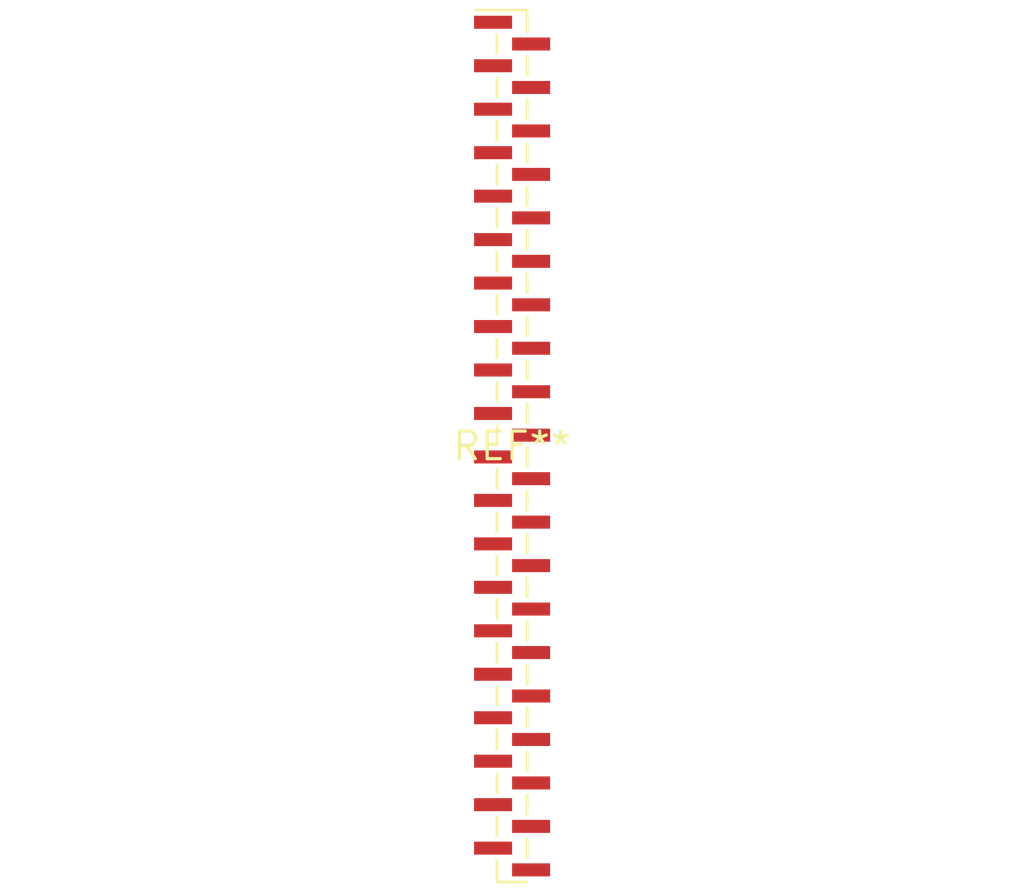
<source format=kicad_pcb>
(kicad_pcb (version 20240108) (generator pcbnew)
  (layers (0 "F.Cu" signal) (31 "B.Cu" signal) (34 "B.Paste" user) (35 "F.Paste" user) (36 "B.SilkS" user "B.Silkscreen") (37 "F.SilkS" user "F.Silkscreen") (38 "B.Mask" user) (39 "F.Mask" user) (44 "Edge.Cuts" user))
  (net 0 "")
  (footprint "PinHeader_1x40_P1.00mm_Vertical_SMD_Pin1Left" (layer "F.Cu") (at 0 0)
    (property "Reference" "REF**")
    (property "Value" "PinHeader_1x40_P1.00mm_Vertical_SMD_Pin1Left")
    (fp_line (start -0.695 -20.06) (end -1.69 -20.06) (layer "F.SilkS") (stroke (width 0.12)))
    (fp_line (start -0.695 -20.06) (end -0.695 -20.06) (layer "F.SilkS") (stroke (width 0.12)))
    (fp_line (start -0.695 -20.06) (end 0.695 -20.06) (layer "F.SilkS") (stroke (width 0.12)))
    (fp_line (start -0.695 -18.94) (end -0.695 -18.06) (layer "F.SilkS") (stroke (width 0.12)))
    (fp_line (start -0.695 -16.94) (end -0.695 -16.06) (layer "F.SilkS") (stroke (width 0.12)))
    (fp_line (start -0.695 -14.94) (end -0.695 -14.06) (layer "F.SilkS") (stroke (width 0.12)))
    (fp_line (start -0.695 -12.94) (end -0.695 -12.06) (layer "F.SilkS") (stroke (width 0.12)))
    (fp_line (start -0.695 -10.94) (end -0.695 -10.06) (layer "F.SilkS") (stroke (width 0.12)))
    (fp_line (start -0.695 -8.94) (end -0.695 -8.06) (layer "F.SilkS") (stroke (width 0.12)))
    (fp_line (start -0.695 -6.94) (end -0.695 -6.06) (layer "F.SilkS") (stroke (width 0.12)))
    (fp_line (start -0.695 -4.94) (end -0.695 -4.06) (layer "F.SilkS") (stroke (width 0.12)))
    (fp_line (start -0.695 -2.94) (end -0.695 -2.06) (layer "F.SilkS") (stroke (width 0.12)))
    (fp_line (start -0.695 -0.94) (end -0.695 -0.06) (layer "F.SilkS") (stroke (width 0.12)))
    (fp_line (start -0.695 1.06) (end -0.695 1.94) (layer "F.SilkS") (stroke (width 0.12)))
    (fp_line (start -0.695 3.06) (end -0.695 3.94) (layer "F.SilkS") (stroke (width 0.12)))
    (fp_line (start -0.695 5.06) (end -0.695 5.94) (layer "F.SilkS") (stroke (width 0.12)))
    (fp_line (start -0.695 7.06) (end -0.695 7.94) (layer "F.SilkS") (stroke (width 0.12)))
    (fp_line (start -0.695 9.06) (end -0.695 9.94) (layer "F.SilkS") (stroke (width 0.12)))
    (fp_line (start -0.695 11.06) (end -0.695 11.94) (layer "F.SilkS") (stroke (width 0.12)))
    (fp_line (start -0.695 13.06) (end -0.695 13.94) (layer "F.SilkS") (stroke (width 0.12)))
    (fp_line (start -0.695 15.06) (end -0.695 15.94) (layer "F.SilkS") (stroke (width 0.12)))
    (fp_line (start -0.695 17.06) (end -0.695 17.94) (layer "F.SilkS") (stroke (width 0.12)))
    (fp_line (start -0.695 19.06) (end -0.695 20.06) (layer "F.SilkS") (stroke (width 0.12)))
    (fp_line (start -0.695 20.06) (end 0.695 20.06) (layer "F.SilkS") (stroke (width 0.12)))
    (fp_line (start 0.695 -20.06) (end 0.695 -19.06) (layer "F.SilkS") (stroke (width 0.12)))
    (fp_line (start 0.695 -17.94) (end 0.695 -17.06) (layer "F.SilkS") (stroke (width 0.12)))
    (fp_line (start 0.695 -15.94) (end 0.695 -15.06) (layer "F.SilkS") (stroke (width 0.12)))
    (fp_line (start 0.695 -13.94) (end 0.695 -13.06) (layer "F.SilkS") (stroke (width 0.12)))
    (fp_line (start 0.695 -11.94) (end 0.695 -11.06) (layer "F.SilkS") (stroke (width 0.12)))
    (fp_line (start 0.695 -9.94) (end 0.695 -9.06) (layer "F.SilkS") (stroke (width 0.12)))
    (fp_line (start 0.695 -7.94) (end 0.695 -7.06) (layer "F.SilkS") (stroke (width 0.12)))
    (fp_line (start 0.695 -5.94) (end 0.695 -5.06) (layer "F.SilkS") (stroke (width 0.12)))
    (fp_line (start 0.695 -3.94) (end 0.695 -3.06) (layer "F.SilkS") (stroke (width 0.12)))
    (fp_line (start 0.695 -1.94) (end 0.695 -1.06) (layer "F.SilkS") (stroke (width 0.12)))
    (fp_line (start 0.695 0.06) (end 0.695 0.94) (layer "F.SilkS") (stroke (width 0.12)))
    (fp_line (start 0.695 2.06) (end 0.695 2.94) (layer "F.SilkS") (stroke (width 0.12)))
    (fp_line (start 0.695 4.06) (end 0.695 4.94) (layer "F.SilkS") (stroke (width 0.12)))
    (fp_line (start 0.695 6.06) (end 0.695 6.94) (layer "F.SilkS") (stroke (width 0.12)))
    (fp_line (start 0.695 8.06) (end 0.695 8.94) (layer "F.SilkS") (stroke (width 0.12)))
    (fp_line (start 0.695 10.06) (end 0.695 10.94) (layer "F.SilkS") (stroke (width 0.12)))
    (fp_line (start 0.695 12.06) (end 0.695 12.94) (layer "F.SilkS") (stroke (width 0.12)))
    (fp_line (start 0.695 14.06) (end 0.695 14.94) (layer "F.SilkS") (stroke (width 0.12)))
    (fp_line (start 0.695 16.06) (end 0.695 16.94) (layer "F.SilkS") (stroke (width 0.12)))
    (fp_line (start 0.695 18.06) (end 0.695 18.94) (layer "F.SilkS") (stroke (width 0.12)))
    (fp_line (start 0.695 20.06) (end 0.695 20.06) (layer "F.SilkS") (stroke (width 0.12)))
    (pad "1" smd rect (at -0.875 -19.5) (size 1.75 0.6) (layers "F.Cu" "F.Paste" "F.Mask"))
    (pad "2" smd rect (at 0.875 -18.5) (size 1.75 0.6) (layers "F.Cu" "F.Paste" "F.Mask"))
    (pad "3" smd rect (at -0.875 -17.5) (size 1.75 0.6) (layers "F.Cu" "F.Paste" "F.Mask"))
    (pad "4" smd rect (at 0.875 -16.5) (size 1.75 0.6) (layers "F.Cu" "F.Paste" "F.Mask"))
    (pad "5" smd rect (at -0.875 -15.5) (size 1.75 0.6) (layers "F.Cu" "F.Paste" "F.Mask"))
    (pad "6" smd rect (at 0.875 -14.5) (size 1.75 0.6) (layers "F.Cu" "F.Paste" "F.Mask"))
    (pad "7" smd rect (at -0.875 -13.5) (size 1.75 0.6) (layers "F.Cu" "F.Paste" "F.Mask"))
    (pad "8" smd rect (at 0.875 -12.5) (size 1.75 0.6) (layers "F.Cu" "F.Paste" "F.Mask"))
    (pad "9" smd rect (at -0.875 -11.5) (size 1.75 0.6) (layers "F.Cu" "F.Paste" "F.Mask"))
    (pad "10" smd rect (at 0.875 -10.5) (size 1.75 0.6) (layers "F.Cu" "F.Paste" "F.Mask"))
    (pad "11" smd rect (at -0.875 -9.5) (size 1.75 0.6) (layers "F.Cu" "F.Paste" "F.Mask"))
    (pad "12" smd rect (at 0.875 -8.5) (size 1.75 0.6) (layers "F.Cu" "F.Paste" "F.Mask"))
    (pad "13" smd rect (at -0.875 -7.5) (size 1.75 0.6) (layers "F.Cu" "F.Paste" "F.Mask"))
    (pad "14" smd rect (at 0.875 -6.5) (size 1.75 0.6) (layers "F.Cu" "F.Paste" "F.Mask"))
    (pad "15" smd rect (at -0.875 -5.5) (size 1.75 0.6) (layers "F.Cu" "F.Paste" "F.Mask"))
    (pad "16" smd rect (at 0.875 -4.5) (size 1.75 0.6) (layers "F.Cu" "F.Paste" "F.Mask"))
    (pad "17" smd rect (at -0.875 -3.5) (size 1.75 0.6) (layers "F.Cu" "F.Paste" "F.Mask"))
    (pad "18" smd rect (at 0.875 -2.5) (size 1.75 0.6) (layers "F.Cu" "F.Paste" "F.Mask"))
    (pad "19" smd rect (at -0.875 -1.5) (size 1.75 0.6) (layers "F.Cu" "F.Paste" "F.Mask"))
    (pad "20" smd rect (at 0.875 -0.5) (size 1.75 0.6) (layers "F.Cu" "F.Paste" "F.Mask"))
    (pad "21" smd rect (at -0.875 0.5) (size 1.75 0.6) (layers "F.Cu" "F.Paste" "F.Mask"))
    (pad "22" smd rect (at 0.875 1.5) (size 1.75 0.6) (layers "F.Cu" "F.Paste" "F.Mask"))
    (pad "23" smd rect (at -0.875 2.5) (size 1.75 0.6) (layers "F.Cu" "F.Paste" "F.Mask"))
    (pad "24" smd rect (at 0.875 3.5) (size 1.75 0.6) (layers "F.Cu" "F.Paste" "F.Mask"))
    (pad "25" smd rect (at -0.875 4.5) (size 1.75 0.6) (layers "F.Cu" "F.Paste" "F.Mask"))
    (pad "26" smd rect (at 0.875 5.5) (size 1.75 0.6) (layers "F.Cu" "F.Paste" "F.Mask"))
    (pad "27" smd rect (at -0.875 6.5) (size 1.75 0.6) (layers "F.Cu" "F.Paste" "F.Mask"))
    (pad "28" smd rect (at 0.875 7.5) (size 1.75 0.6) (layers "F.Cu" "F.Paste" "F.Mask"))
    (pad "29" smd rect (at -0.875 8.5) (size 1.75 0.6) (layers "F.Cu" "F.Paste" "F.Mask"))
    (pad "30" smd rect (at 0.875 9.5) (size 1.75 0.6) (layers "F.Cu" "F.Paste" "F.Mask"))
    (pad "31" smd rect (at -0.875 10.5) (size 1.75 0.6) (layers "F.Cu" "F.Paste" "F.Mask"))
    (pad "32" smd rect (at 0.875 11.5) (size 1.75 0.6) (layers "F.Cu" "F.Paste" "F.Mask"))
    (pad "33" smd rect (at -0.875 12.5) (size 1.75 0.6) (layers "F.Cu" "F.Paste" "F.Mask"))
    (pad "34" smd rect (at 0.875 13.5) (size 1.75 0.6) (layers "F.Cu" "F.Paste" "F.Mask"))
    (pad "35" smd rect (at -0.875 14.5) (size 1.75 0.6) (layers "F.Cu" "F.Paste" "F.Mask"))
    (pad "36" smd rect (at 0.875 15.5) (size 1.75 0.6) (layers "F.Cu" "F.Paste" "F.Mask"))
    (pad "37" smd rect (at -0.875 16.5) (size 1.75 0.6) (layers "F.Cu" "F.Paste" "F.Mask"))
    (pad "38" smd rect (at 0.875 17.5) (size 1.75 0.6) (layers "F.Cu" "F.Paste" "F.Mask"))
    (pad "39" smd rect (at -0.875 18.5) (size 1.75 0.6) (layers "F.Cu" "F.Paste" "F.Mask"))
    (pad "40" smd rect (at 0.875 19.5) (size 1.75 0.6) (layers "F.Cu" "F.Paste" "F.Mask"))
  )
)
</source>
